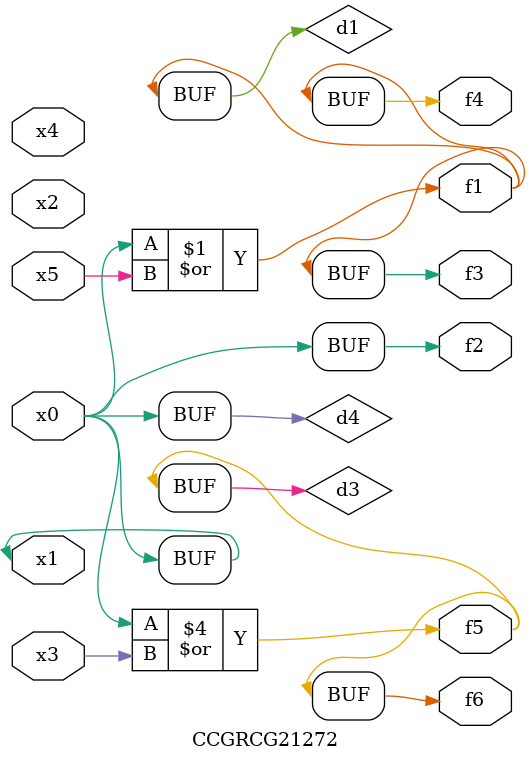
<source format=v>
module CCGRCG21272(
	input x0, x1, x2, x3, x4, x5,
	output f1, f2, f3, f4, f5, f6
);

	wire d1, d2, d3, d4;

	or (d1, x0, x5);
	xnor (d2, x1, x4);
	or (d3, x0, x3);
	buf (d4, x0, x1);
	assign f1 = d1;
	assign f2 = d4;
	assign f3 = d1;
	assign f4 = d1;
	assign f5 = d3;
	assign f6 = d3;
endmodule

</source>
